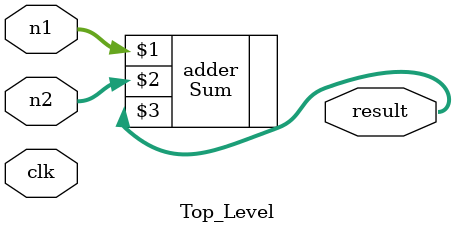
<source format=v>
module Top_Level(

	input clk,
	input [7:0] n1,
	input [7:0] n2,
	output [7:0] result
	
);
	
	Sum adder(n1, n2, result);

endmodule

</source>
